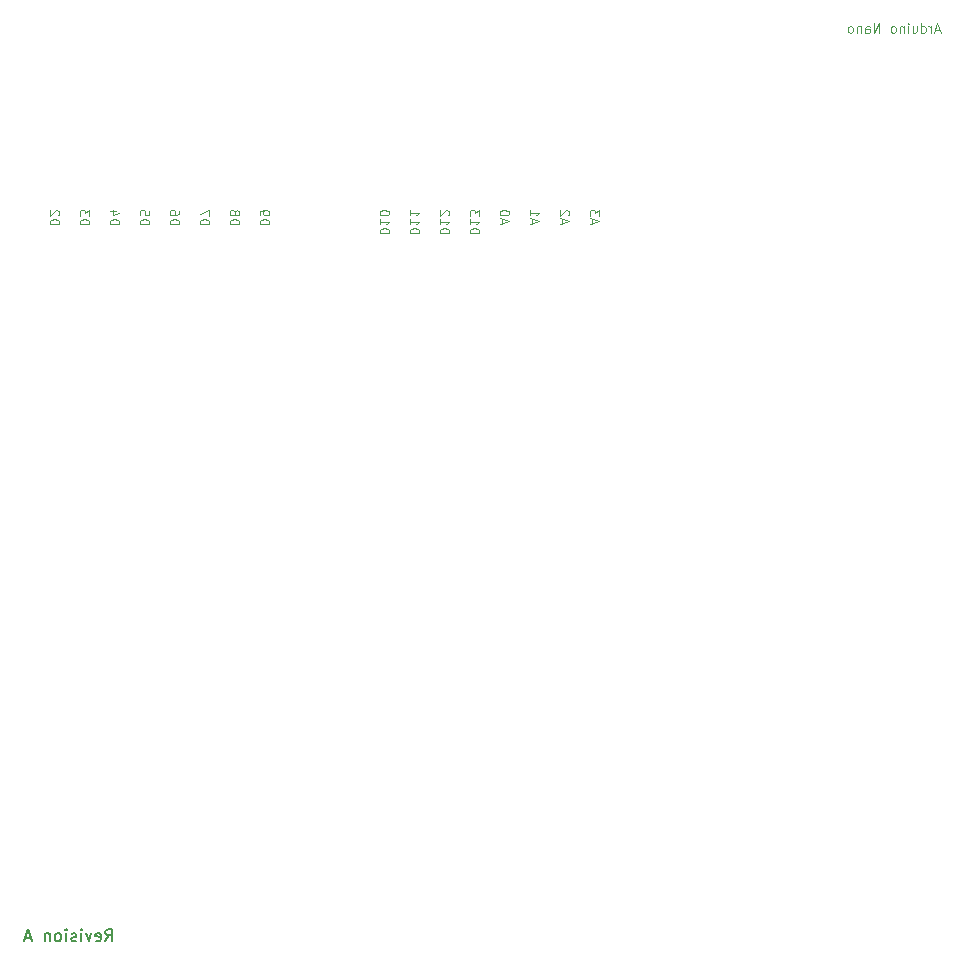
<source format=gbo>
G04 #@! TF.FileFunction,Legend,Bot*
%FSLAX46Y46*%
G04 Gerber Fmt 4.6, Leading zero omitted, Abs format (unit mm)*
G04 Created by KiCad (PCBNEW 4.0.7) date 01/10/20 21:54:51*
%MOMM*%
%LPD*%
G01*
G04 APERTURE LIST*
%ADD10C,0.100000*%
%ADD11C,0.150000*%
G04 APERTURE END LIST*
D10*
X121558095Y-83286429D02*
X122358095Y-83286429D01*
X122358095Y-83095953D01*
X122320000Y-82981667D01*
X122243810Y-82905476D01*
X122167619Y-82867381D01*
X122015238Y-82829286D01*
X121900952Y-82829286D01*
X121748571Y-82867381D01*
X121672381Y-82905476D01*
X121596190Y-82981667D01*
X121558095Y-83095953D01*
X121558095Y-83286429D01*
X121558095Y-82448334D02*
X121558095Y-82295953D01*
X121596190Y-82219762D01*
X121634286Y-82181667D01*
X121748571Y-82105476D01*
X121900952Y-82067381D01*
X122205714Y-82067381D01*
X122281905Y-82105476D01*
X122320000Y-82143572D01*
X122358095Y-82219762D01*
X122358095Y-82372143D01*
X122320000Y-82448334D01*
X122281905Y-82486429D01*
X122205714Y-82524524D01*
X122015238Y-82524524D01*
X121939048Y-82486429D01*
X121900952Y-82448334D01*
X121862857Y-82372143D01*
X121862857Y-82219762D01*
X121900952Y-82143572D01*
X121939048Y-82105476D01*
X122015238Y-82067381D01*
X119018095Y-83286429D02*
X119818095Y-83286429D01*
X119818095Y-83095953D01*
X119780000Y-82981667D01*
X119703810Y-82905476D01*
X119627619Y-82867381D01*
X119475238Y-82829286D01*
X119360952Y-82829286D01*
X119208571Y-82867381D01*
X119132381Y-82905476D01*
X119056190Y-82981667D01*
X119018095Y-83095953D01*
X119018095Y-83286429D01*
X119475238Y-82372143D02*
X119513333Y-82448334D01*
X119551429Y-82486429D01*
X119627619Y-82524524D01*
X119665714Y-82524524D01*
X119741905Y-82486429D01*
X119780000Y-82448334D01*
X119818095Y-82372143D01*
X119818095Y-82219762D01*
X119780000Y-82143572D01*
X119741905Y-82105476D01*
X119665714Y-82067381D01*
X119627619Y-82067381D01*
X119551429Y-82105476D01*
X119513333Y-82143572D01*
X119475238Y-82219762D01*
X119475238Y-82372143D01*
X119437143Y-82448334D01*
X119399048Y-82486429D01*
X119322857Y-82524524D01*
X119170476Y-82524524D01*
X119094286Y-82486429D01*
X119056190Y-82448334D01*
X119018095Y-82372143D01*
X119018095Y-82219762D01*
X119056190Y-82143572D01*
X119094286Y-82105476D01*
X119170476Y-82067381D01*
X119322857Y-82067381D01*
X119399048Y-82105476D01*
X119437143Y-82143572D01*
X119475238Y-82219762D01*
X116478095Y-83286429D02*
X117278095Y-83286429D01*
X117278095Y-83095953D01*
X117240000Y-82981667D01*
X117163810Y-82905476D01*
X117087619Y-82867381D01*
X116935238Y-82829286D01*
X116820952Y-82829286D01*
X116668571Y-82867381D01*
X116592381Y-82905476D01*
X116516190Y-82981667D01*
X116478095Y-83095953D01*
X116478095Y-83286429D01*
X117278095Y-82562619D02*
X117278095Y-82029286D01*
X116478095Y-82372143D01*
X113938095Y-83286429D02*
X114738095Y-83286429D01*
X114738095Y-83095953D01*
X114700000Y-82981667D01*
X114623810Y-82905476D01*
X114547619Y-82867381D01*
X114395238Y-82829286D01*
X114280952Y-82829286D01*
X114128571Y-82867381D01*
X114052381Y-82905476D01*
X113976190Y-82981667D01*
X113938095Y-83095953D01*
X113938095Y-83286429D01*
X114738095Y-82143572D02*
X114738095Y-82295953D01*
X114700000Y-82372143D01*
X114661905Y-82410238D01*
X114547619Y-82486429D01*
X114395238Y-82524524D01*
X114090476Y-82524524D01*
X114014286Y-82486429D01*
X113976190Y-82448334D01*
X113938095Y-82372143D01*
X113938095Y-82219762D01*
X113976190Y-82143572D01*
X114014286Y-82105476D01*
X114090476Y-82067381D01*
X114280952Y-82067381D01*
X114357143Y-82105476D01*
X114395238Y-82143572D01*
X114433333Y-82219762D01*
X114433333Y-82372143D01*
X114395238Y-82448334D01*
X114357143Y-82486429D01*
X114280952Y-82524524D01*
X111398095Y-83286429D02*
X112198095Y-83286429D01*
X112198095Y-83095953D01*
X112160000Y-82981667D01*
X112083810Y-82905476D01*
X112007619Y-82867381D01*
X111855238Y-82829286D01*
X111740952Y-82829286D01*
X111588571Y-82867381D01*
X111512381Y-82905476D01*
X111436190Y-82981667D01*
X111398095Y-83095953D01*
X111398095Y-83286429D01*
X112198095Y-82105476D02*
X112198095Y-82486429D01*
X111817143Y-82524524D01*
X111855238Y-82486429D01*
X111893333Y-82410238D01*
X111893333Y-82219762D01*
X111855238Y-82143572D01*
X111817143Y-82105476D01*
X111740952Y-82067381D01*
X111550476Y-82067381D01*
X111474286Y-82105476D01*
X111436190Y-82143572D01*
X111398095Y-82219762D01*
X111398095Y-82410238D01*
X111436190Y-82486429D01*
X111474286Y-82524524D01*
X108858095Y-83286429D02*
X109658095Y-83286429D01*
X109658095Y-83095953D01*
X109620000Y-82981667D01*
X109543810Y-82905476D01*
X109467619Y-82867381D01*
X109315238Y-82829286D01*
X109200952Y-82829286D01*
X109048571Y-82867381D01*
X108972381Y-82905476D01*
X108896190Y-82981667D01*
X108858095Y-83095953D01*
X108858095Y-83286429D01*
X109391429Y-82143572D02*
X108858095Y-82143572D01*
X109696190Y-82334048D02*
X109124762Y-82524524D01*
X109124762Y-82029286D01*
X106318095Y-83286429D02*
X107118095Y-83286429D01*
X107118095Y-83095953D01*
X107080000Y-82981667D01*
X107003810Y-82905476D01*
X106927619Y-82867381D01*
X106775238Y-82829286D01*
X106660952Y-82829286D01*
X106508571Y-82867381D01*
X106432381Y-82905476D01*
X106356190Y-82981667D01*
X106318095Y-83095953D01*
X106318095Y-83286429D01*
X107118095Y-82562619D02*
X107118095Y-82067381D01*
X106813333Y-82334048D01*
X106813333Y-82219762D01*
X106775238Y-82143572D01*
X106737143Y-82105476D01*
X106660952Y-82067381D01*
X106470476Y-82067381D01*
X106394286Y-82105476D01*
X106356190Y-82143572D01*
X106318095Y-82219762D01*
X106318095Y-82448334D01*
X106356190Y-82524524D01*
X106394286Y-82562619D01*
X103778095Y-83286429D02*
X104578095Y-83286429D01*
X104578095Y-83095953D01*
X104540000Y-82981667D01*
X104463810Y-82905476D01*
X104387619Y-82867381D01*
X104235238Y-82829286D01*
X104120952Y-82829286D01*
X103968571Y-82867381D01*
X103892381Y-82905476D01*
X103816190Y-82981667D01*
X103778095Y-83095953D01*
X103778095Y-83286429D01*
X104501905Y-82524524D02*
X104540000Y-82486429D01*
X104578095Y-82410238D01*
X104578095Y-82219762D01*
X104540000Y-82143572D01*
X104501905Y-82105476D01*
X104425714Y-82067381D01*
X104349524Y-82067381D01*
X104235238Y-82105476D01*
X103778095Y-82562619D01*
X103778095Y-82067381D01*
X149726667Y-83210238D02*
X149726667Y-82829286D01*
X149498095Y-83286429D02*
X150298095Y-83019762D01*
X149498095Y-82753095D01*
X150298095Y-82562619D02*
X150298095Y-82067381D01*
X149993333Y-82334048D01*
X149993333Y-82219762D01*
X149955238Y-82143572D01*
X149917143Y-82105476D01*
X149840952Y-82067381D01*
X149650476Y-82067381D01*
X149574286Y-82105476D01*
X149536190Y-82143572D01*
X149498095Y-82219762D01*
X149498095Y-82448334D01*
X149536190Y-82524524D01*
X149574286Y-82562619D01*
X147186667Y-83210238D02*
X147186667Y-82829286D01*
X146958095Y-83286429D02*
X147758095Y-83019762D01*
X146958095Y-82753095D01*
X147681905Y-82524524D02*
X147720000Y-82486429D01*
X147758095Y-82410238D01*
X147758095Y-82219762D01*
X147720000Y-82143572D01*
X147681905Y-82105476D01*
X147605714Y-82067381D01*
X147529524Y-82067381D01*
X147415238Y-82105476D01*
X146958095Y-82562619D01*
X146958095Y-82067381D01*
X144646667Y-83210238D02*
X144646667Y-82829286D01*
X144418095Y-83286429D02*
X145218095Y-83019762D01*
X144418095Y-82753095D01*
X144418095Y-82067381D02*
X144418095Y-82524524D01*
X144418095Y-82295953D02*
X145218095Y-82295953D01*
X145103810Y-82372143D01*
X145027619Y-82448334D01*
X144989524Y-82524524D01*
X142106667Y-83210238D02*
X142106667Y-82829286D01*
X141878095Y-83286429D02*
X142678095Y-83019762D01*
X141878095Y-82753095D01*
X142678095Y-82334048D02*
X142678095Y-82257857D01*
X142640000Y-82181667D01*
X142601905Y-82143572D01*
X142525714Y-82105476D01*
X142373333Y-82067381D01*
X142182857Y-82067381D01*
X142030476Y-82105476D01*
X141954286Y-82143572D01*
X141916190Y-82181667D01*
X141878095Y-82257857D01*
X141878095Y-82334048D01*
X141916190Y-82410238D01*
X141954286Y-82448334D01*
X142030476Y-82486429D01*
X142182857Y-82524524D01*
X142373333Y-82524524D01*
X142525714Y-82486429D01*
X142601905Y-82448334D01*
X142640000Y-82410238D01*
X142678095Y-82334048D01*
X139338095Y-84048334D02*
X140138095Y-84048334D01*
X140138095Y-83857858D01*
X140100000Y-83743572D01*
X140023810Y-83667381D01*
X139947619Y-83629286D01*
X139795238Y-83591191D01*
X139680952Y-83591191D01*
X139528571Y-83629286D01*
X139452381Y-83667381D01*
X139376190Y-83743572D01*
X139338095Y-83857858D01*
X139338095Y-84048334D01*
X139338095Y-82829286D02*
X139338095Y-83286429D01*
X139338095Y-83057858D02*
X140138095Y-83057858D01*
X140023810Y-83134048D01*
X139947619Y-83210239D01*
X139909524Y-83286429D01*
X140138095Y-82562619D02*
X140138095Y-82067381D01*
X139833333Y-82334048D01*
X139833333Y-82219762D01*
X139795238Y-82143572D01*
X139757143Y-82105476D01*
X139680952Y-82067381D01*
X139490476Y-82067381D01*
X139414286Y-82105476D01*
X139376190Y-82143572D01*
X139338095Y-82219762D01*
X139338095Y-82448334D01*
X139376190Y-82524524D01*
X139414286Y-82562619D01*
X136798095Y-84048334D02*
X137598095Y-84048334D01*
X137598095Y-83857858D01*
X137560000Y-83743572D01*
X137483810Y-83667381D01*
X137407619Y-83629286D01*
X137255238Y-83591191D01*
X137140952Y-83591191D01*
X136988571Y-83629286D01*
X136912381Y-83667381D01*
X136836190Y-83743572D01*
X136798095Y-83857858D01*
X136798095Y-84048334D01*
X136798095Y-82829286D02*
X136798095Y-83286429D01*
X136798095Y-83057858D02*
X137598095Y-83057858D01*
X137483810Y-83134048D01*
X137407619Y-83210239D01*
X137369524Y-83286429D01*
X137521905Y-82524524D02*
X137560000Y-82486429D01*
X137598095Y-82410238D01*
X137598095Y-82219762D01*
X137560000Y-82143572D01*
X137521905Y-82105476D01*
X137445714Y-82067381D01*
X137369524Y-82067381D01*
X137255238Y-82105476D01*
X136798095Y-82562619D01*
X136798095Y-82067381D01*
X134258095Y-84048334D02*
X135058095Y-84048334D01*
X135058095Y-83857858D01*
X135020000Y-83743572D01*
X134943810Y-83667381D01*
X134867619Y-83629286D01*
X134715238Y-83591191D01*
X134600952Y-83591191D01*
X134448571Y-83629286D01*
X134372381Y-83667381D01*
X134296190Y-83743572D01*
X134258095Y-83857858D01*
X134258095Y-84048334D01*
X134258095Y-82829286D02*
X134258095Y-83286429D01*
X134258095Y-83057858D02*
X135058095Y-83057858D01*
X134943810Y-83134048D01*
X134867619Y-83210239D01*
X134829524Y-83286429D01*
X134258095Y-82067381D02*
X134258095Y-82524524D01*
X134258095Y-82295953D02*
X135058095Y-82295953D01*
X134943810Y-82372143D01*
X134867619Y-82448334D01*
X134829524Y-82524524D01*
X131718095Y-84048334D02*
X132518095Y-84048334D01*
X132518095Y-83857858D01*
X132480000Y-83743572D01*
X132403810Y-83667381D01*
X132327619Y-83629286D01*
X132175238Y-83591191D01*
X132060952Y-83591191D01*
X131908571Y-83629286D01*
X131832381Y-83667381D01*
X131756190Y-83743572D01*
X131718095Y-83857858D01*
X131718095Y-84048334D01*
X131718095Y-82829286D02*
X131718095Y-83286429D01*
X131718095Y-83057858D02*
X132518095Y-83057858D01*
X132403810Y-83134048D01*
X132327619Y-83210239D01*
X132289524Y-83286429D01*
X132518095Y-82334048D02*
X132518095Y-82257857D01*
X132480000Y-82181667D01*
X132441905Y-82143572D01*
X132365714Y-82105476D01*
X132213333Y-82067381D01*
X132022857Y-82067381D01*
X131870476Y-82105476D01*
X131794286Y-82143572D01*
X131756190Y-82181667D01*
X131718095Y-82257857D01*
X131718095Y-82334048D01*
X131756190Y-82410238D01*
X131794286Y-82448334D01*
X131870476Y-82486429D01*
X132022857Y-82524524D01*
X132213333Y-82524524D01*
X132365714Y-82486429D01*
X132441905Y-82448334D01*
X132480000Y-82410238D01*
X132518095Y-82334048D01*
X179145715Y-66808333D02*
X178764763Y-66808333D01*
X179221906Y-67036905D02*
X178955239Y-66236905D01*
X178688572Y-67036905D01*
X178421906Y-67036905D02*
X178421906Y-66503571D01*
X178421906Y-66655952D02*
X178383811Y-66579762D01*
X178345715Y-66541667D01*
X178269525Y-66503571D01*
X178193334Y-66503571D01*
X177583811Y-67036905D02*
X177583811Y-66236905D01*
X177583811Y-66998810D02*
X177660001Y-67036905D01*
X177812382Y-67036905D01*
X177888573Y-66998810D01*
X177926668Y-66960714D01*
X177964763Y-66884524D01*
X177964763Y-66655952D01*
X177926668Y-66579762D01*
X177888573Y-66541667D01*
X177812382Y-66503571D01*
X177660001Y-66503571D01*
X177583811Y-66541667D01*
X176860001Y-66503571D02*
X176860001Y-67036905D01*
X177202858Y-66503571D02*
X177202858Y-66922619D01*
X177164763Y-66998810D01*
X177088572Y-67036905D01*
X176974286Y-67036905D01*
X176898096Y-66998810D01*
X176860001Y-66960714D01*
X176479048Y-67036905D02*
X176479048Y-66503571D01*
X176479048Y-66236905D02*
X176517143Y-66275000D01*
X176479048Y-66313095D01*
X176440953Y-66275000D01*
X176479048Y-66236905D01*
X176479048Y-66313095D01*
X176098096Y-66503571D02*
X176098096Y-67036905D01*
X176098096Y-66579762D02*
X176060001Y-66541667D01*
X175983810Y-66503571D01*
X175869524Y-66503571D01*
X175793334Y-66541667D01*
X175755239Y-66617857D01*
X175755239Y-67036905D01*
X175260000Y-67036905D02*
X175336191Y-66998810D01*
X175374286Y-66960714D01*
X175412381Y-66884524D01*
X175412381Y-66655952D01*
X175374286Y-66579762D01*
X175336191Y-66541667D01*
X175260000Y-66503571D01*
X175145714Y-66503571D01*
X175069524Y-66541667D01*
X175031429Y-66579762D01*
X174993333Y-66655952D01*
X174993333Y-66884524D01*
X175031429Y-66960714D01*
X175069524Y-66998810D01*
X175145714Y-67036905D01*
X175260000Y-67036905D01*
X174040952Y-67036905D02*
X174040952Y-66236905D01*
X173583809Y-67036905D01*
X173583809Y-66236905D01*
X172860000Y-67036905D02*
X172860000Y-66617857D01*
X172898095Y-66541667D01*
X172974285Y-66503571D01*
X173126666Y-66503571D01*
X173202857Y-66541667D01*
X172860000Y-66998810D02*
X172936190Y-67036905D01*
X173126666Y-67036905D01*
X173202857Y-66998810D01*
X173240952Y-66922619D01*
X173240952Y-66846429D01*
X173202857Y-66770238D01*
X173126666Y-66732143D01*
X172936190Y-66732143D01*
X172860000Y-66694048D01*
X172479047Y-66503571D02*
X172479047Y-67036905D01*
X172479047Y-66579762D02*
X172440952Y-66541667D01*
X172364761Y-66503571D01*
X172250475Y-66503571D01*
X172174285Y-66541667D01*
X172136190Y-66617857D01*
X172136190Y-67036905D01*
X171640951Y-67036905D02*
X171717142Y-66998810D01*
X171755237Y-66960714D01*
X171793332Y-66884524D01*
X171793332Y-66655952D01*
X171755237Y-66579762D01*
X171717142Y-66541667D01*
X171640951Y-66503571D01*
X171526665Y-66503571D01*
X171450475Y-66541667D01*
X171412380Y-66579762D01*
X171374284Y-66655952D01*
X171374284Y-66884524D01*
X171412380Y-66960714D01*
X171450475Y-66998810D01*
X171526665Y-67036905D01*
X171640951Y-67036905D01*
D11*
X108505238Y-143962381D02*
X108838572Y-143486190D01*
X109076667Y-143962381D02*
X109076667Y-142962381D01*
X108695714Y-142962381D01*
X108600476Y-143010000D01*
X108552857Y-143057619D01*
X108505238Y-143152857D01*
X108505238Y-143295714D01*
X108552857Y-143390952D01*
X108600476Y-143438571D01*
X108695714Y-143486190D01*
X109076667Y-143486190D01*
X107695714Y-143914762D02*
X107790952Y-143962381D01*
X107981429Y-143962381D01*
X108076667Y-143914762D01*
X108124286Y-143819524D01*
X108124286Y-143438571D01*
X108076667Y-143343333D01*
X107981429Y-143295714D01*
X107790952Y-143295714D01*
X107695714Y-143343333D01*
X107648095Y-143438571D01*
X107648095Y-143533810D01*
X108124286Y-143629048D01*
X107314762Y-143295714D02*
X107076667Y-143962381D01*
X106838571Y-143295714D01*
X106457619Y-143962381D02*
X106457619Y-143295714D01*
X106457619Y-142962381D02*
X106505238Y-143010000D01*
X106457619Y-143057619D01*
X106410000Y-143010000D01*
X106457619Y-142962381D01*
X106457619Y-143057619D01*
X106029048Y-143914762D02*
X105933810Y-143962381D01*
X105743334Y-143962381D01*
X105648095Y-143914762D01*
X105600476Y-143819524D01*
X105600476Y-143771905D01*
X105648095Y-143676667D01*
X105743334Y-143629048D01*
X105886191Y-143629048D01*
X105981429Y-143581429D01*
X106029048Y-143486190D01*
X106029048Y-143438571D01*
X105981429Y-143343333D01*
X105886191Y-143295714D01*
X105743334Y-143295714D01*
X105648095Y-143343333D01*
X105171905Y-143962381D02*
X105171905Y-143295714D01*
X105171905Y-142962381D02*
X105219524Y-143010000D01*
X105171905Y-143057619D01*
X105124286Y-143010000D01*
X105171905Y-142962381D01*
X105171905Y-143057619D01*
X104552858Y-143962381D02*
X104648096Y-143914762D01*
X104695715Y-143867143D01*
X104743334Y-143771905D01*
X104743334Y-143486190D01*
X104695715Y-143390952D01*
X104648096Y-143343333D01*
X104552858Y-143295714D01*
X104410000Y-143295714D01*
X104314762Y-143343333D01*
X104267143Y-143390952D01*
X104219524Y-143486190D01*
X104219524Y-143771905D01*
X104267143Y-143867143D01*
X104314762Y-143914762D01*
X104410000Y-143962381D01*
X104552858Y-143962381D01*
X103790953Y-143295714D02*
X103790953Y-143962381D01*
X103790953Y-143390952D02*
X103743334Y-143343333D01*
X103648096Y-143295714D01*
X103505238Y-143295714D01*
X103410000Y-143343333D01*
X103362381Y-143438571D01*
X103362381Y-143962381D01*
X102171905Y-143676667D02*
X101695714Y-143676667D01*
X102267143Y-143962381D02*
X101933810Y-142962381D01*
X101600476Y-143962381D01*
M02*

</source>
